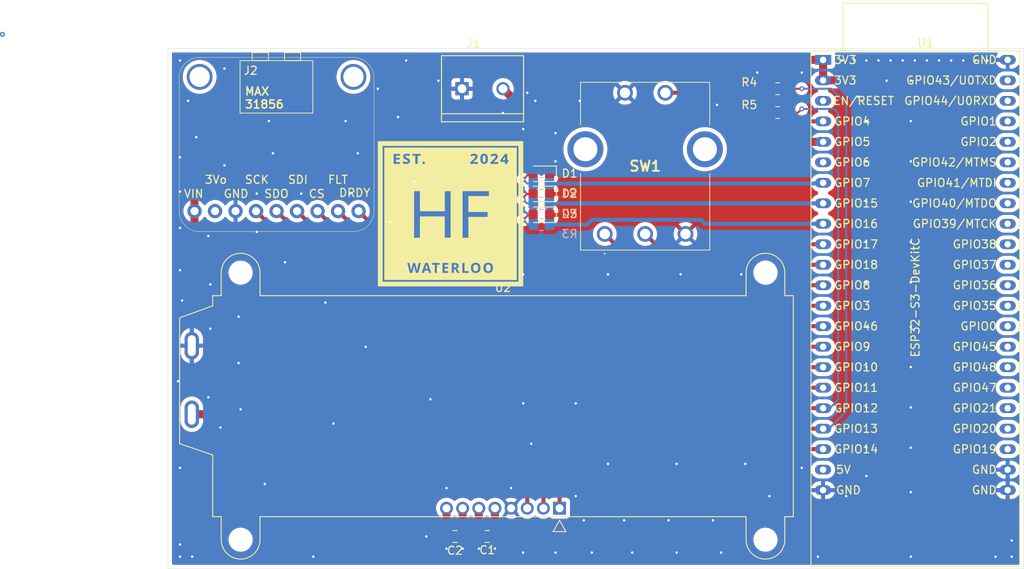
<source format=kicad_pcb>
(kicad_pcb (version 20241229) (generator "pcbnew") (generator_version "9.0")
  (title_block (title "Tube Furnace PCB") (date "2025-03-26") (rev "v2") (company "Waterloo Hacker Fab"))
  (layers (0 "F.Cu" signal) (2 "B.Cu" signal) (13 "F.Paste" user) (15 "B.Paste" user) (5 "F.SilkS" user "F.Silkscreen") (7 "B.SilkS" user "B.Silkscreen") (1 "F.Mask" user) (3 "B.Mask" user) (25 "Edge.Cuts" user))
  (net 0 "")
  (net 1 "GND")
  (net 2 "+3.3V")
  (net 3 "+5V")
  (net 4 "/SSR_PWM")
  (net 5 "Net-(D3-A)")
  (net 6 "Net-(D2-A)")
  (net 7 "Net-(D1-A)")
  (net 8 "Net-(U2-VOUT)")
  (net 9 "Net-(U2-C1+)")
  (net 10 "Net-(U2-C1-)")
  (net 11 "/SCL")
  (net 12 "/SDA")
  (net 13 "/ENC_B")
  (net 14 "/ENC_A")
  (net 15 "/ENC_SW")
  (net 16 "/MAX_SDO")
  (net 17 "/MAX_SCK")
  (net 18 "/MAX_DRDY")
  (net 19 "/MAX_3.3VOUT")
  (net 20 "/MAX_SDI")
  (net 21 "/MAX_CS")
  (net 22 "/MAX_FAULT")
  (net 23 "/DISPLAY_RST")
  (net 24 "/LED_1")
  (net 25 "/LED_2")
  (net 26 "/LED_3")
  (footprint "Diode_SMD:D_0805_2012Metric_Pad1.15x1.40mm_HandSolder" (layer "F.Cu") (at 130.25 76.54 180)
    (property "Reference" "D2" (hide yes))
    (property "Value" "LED" (hide yes))
    (pad "1" smd roundrect (at -1.025 0 180) (size 1.15 1.4) (layers "F.Cu" "F.Mask" "F.Paste") (roundrect_rratio 0.217391) (net 1 "GND"))
    (pad "2" smd roundrect (at 1.025 0 180) (size 1.15 1.4) (layers "F.Cu" "F.Mask" "F.Paste") (roundrect_rratio 0.217391) (net 6 "Net-(D2-A)"))
  )
  (footprint "!footprints:HF_logo" (layer "F.Cu") (at 119 79)
    (property "Reference" "G***" (hide yes))
    (property "Value" "LOGO" (hide yes))
  )
  (footprint "phoenix_footprints:TE_282837-2" (layer "F.Cu") (at 122.96 63.5)
    (property "Reference" "J1" (at -1.127255 -5.614945 0) (layer "F.SilkS") (effects (font (size 1.002039 1.002039))))
    (property "Value" "Screw_Terminal_01x02")
    (pad "1" thru_hole rect (at -2.54 0) (size 1.65 1.65) (drill 1.1) (layers "*.Cu" "*.Mask") (net 1 "GND"))
    (pad "2" thru_hole circle (at 2.54 0) (size 1.65 1.65) (drill 1.1) (layers "*.Cu" "*.Mask") (net 4 "/SSR_PWM"))
  )
  (footprint "Capacitor_SMD:C_0805_2012Metric" (layer "F.Cu") (at 123.55 119 180)
    (property "Reference" "C1" (at 0 -1.68 0) (layer "F.SilkS"))
    (property "Value" "1uF")
    (pad "1" smd roundrect (at -0.95 0 180) (size 1 1.45) (layers "F.Cu" "F.Mask" "F.Paste") (net 2 "+3.3V"))
    (pad "2" smd roundrect (at 0.95 0 180) (size 1 1.45) (layers "F.Cu" "F.Mask" "F.Paste") (net 8 "Net-(U2-VOUT)"))
  )
  (footprint "Capacitor_SMD:C_0805_2012Metric" (layer "F.Cu") (at 119.55 119 180)
    (property "Reference" "C2" (at 0.008519 -1.745267 0) (layer "F.SilkS"))
    (property "Value" "1uF")
    (pad "1" smd roundrect (at -0.95 0 180) (size 1 1.45) (layers "F.Cu" "F.Mask" "F.Paste") (net 9 "Net-(U2-C1+)"))
    (pad "2" smd roundrect (at 0.95 0 180) (size 1 1.45) (layers "F.Cu" "F.Mask" "F.Paste") (net 10 "Net-(U2-C1-)"))
  )
  (footprint "!footprints:PEC164120FS0012" (layer "F.Cu") (at 138.1 81.5)
    (property "Reference" "SW1" (at 5 -8.4 0) (layer "F.SilkS") (effects (font (size 1.27 1.27) (thickness 0.254))))
    (property "Value" "RotaryEncoder_Switch" (hide yes))
    (pad "A" thru_hole circle (at 0 0) (size 1.95 1.95) (drill 1.3) (layers "*.Cu" "*.Mask") (net 14 "/ENC_A"))
    (pad "B" thru_hole circle (at 5 0) (size 1.95 1.95) (drill 1.3) (layers "*.Cu" "*.Mask") (net 13 "/ENC_B"))
    (pad "C" thru_hole circle (at 10 0) (size 1.95 1.95) (drill 1.3) (layers "*.Cu" "*.Mask") (net 1 "GND"))
    (pad "MH1" thru_hole circle (at -2.4 -10.5) (size 4.46 4.46) (drill 2.9732) (layers "*.Cu" "*.Mask"))
    (pad "MH2" thru_hole circle (at 12.4 -10.5) (size 4.46 4.46) (drill 2.9732) (layers "*.Cu" "*.Mask"))
    (pad "S1" thru_hole circle (at 2.5 -17.5) (size 1.95 1.95) (drill 1.3) (layers "*.Cu" "*.Mask") (net 1 "GND"))
    (pad "S2" thru_hole circle (at 7.5 -17.5) (size 1.95 1.95) (drill 1.3) (layers "*.Cu" "*.Mask") (net 15 "/ENC_SW"))
  )
  (footprint "Diode_SMD:D_0805_2012Metric_Pad1.15x1.40mm_HandSolder" (layer "F.Cu") (at 130.25 79.12 180)
    (property "Reference" "D3" (hide yes))
    (property "Value" "LED")
    (pad "1" smd roundrect (at -1.025 0 180) (size 1.15 1.4) (layers "F.Cu" "F.Mask" "F.Paste") (roundrect_rratio 0.217391) (net 1 "GND"))
    (pad "2" smd roundrect (at 1.025 0 180) (size 1.15 1.4) (layers "F.Cu" "F.Mask" "F.Paste") (roundrect_rratio 0.217391) (net 5 "Net-(D3-A)"))
  )
  (footprint "Resistor_SMD:R_0805_2012Metric_Pad1.20x1.40mm_HandSolder" (layer "F.Cu") (at 159.5 66.45)
    (property "Reference" "R5" (at -3.5 -0.95 0) (layer "F.SilkS"))
    (property "Value" "4.7k")
    (pad "1" smd roundrect (at -1 0) (size 1.2 1.4) (layers "F.Cu" "F.Mask" "F.Paste") (roundrect_rratio 0.208333) (net 2 "+3.3V"))
    (pad "2" smd roundrect (at 1 0) (size 1.2 1.4) (layers "F.Cu" "F.Mask" "F.Paste") (roundrect_rratio 0.208333) (net 12 "/SDA"))
  )
  (footprint "Resistor_SMD:R_0805_2012Metric_Pad1.20x1.40mm_HandSolder" (layer "F.Cu") (at 159.5 63.5)
    (property "Reference" "R4" (at -3.5 -0.8 0) (layer "F.SilkS"))
    (property "Value" "4.7k")
    (pad "1" smd roundrect (at -1 0) (size 1.2 1.4) (layers "F.Cu" "F.Mask" "F.Paste") (roundrect_rratio 0.208333) (net 2 "+3.3V"))
    (pad "2" smd roundrect (at 1 0) (size 1.2 1.4) (layers "F.Cu" "F.Mask" "F.Paste") (roundrect_rratio 0.208333) (net 11 "/SCL"))
  )
  (footprint "Diode_SMD:D_0805_2012Metric_Pad1.15x1.40mm_HandSolder" (layer "F.Cu") (at 130.25 74.04 180)
    (property "Reference" "D1" (hide yes))
    (property "Value" "LED" (hide yes))
    (pad "1" smd roundrect (at -1.025 0 180) (size 1.15 1.4) (layers "F.Cu" "F.Mask" "F.Paste") (roundrect_rratio 0.217391) (net 1 "GND"))
    (pad "2" smd roundrect (at 1.025 0 180) (size 1.15 1.4) (layers "F.Cu" "F.Mask" "F.Paste") (roundrect_rratio 0.217391) (net 7 "Net-(D1-A)"))
  )
  (footprint "Display:NHD-C0220BiZ" (layer "F.Cu") (at 125.5 99.6)
    (property "Reference" "U2" (at 0 -11.43 0) (layer "F.SilkS"))
    (property "Value" "NHD-C0220BIZ")
    (pad "" np_thru_hole circle (at -32.5 -13.3) (size 2.5 2.5) (drill 2.5) (layers "*.Cu" "*.Mask"))
    (pad "" np_thru_hole circle (at -32.5 19.8) (size 2.5 2.5) (drill 2.5) (layers "*.Cu" "*.Mask"))
    (pad "" np_thru_hole circle (at 32.5 -13.3) (size 2.5 2.5) (drill 2.5) (layers "*.Cu" "*.Mask"))
    (pad "" np_thru_hole circle (at 32.5 19.8) (size 2.5 2.5) (drill 2.5) (layers "*.Cu" "*.Mask"))
    (pad "1" thru_hole rect (at 7 15.9) (size 1.6 1.6) (drill 1) (layers "*.Cu" "*.Mask") (net 23 "/DISPLAY_RST"))
    (pad "2" thru_hole circle (at 5 15.9) (size 1.6 1.6) (drill 1) (layers "*.Cu" "*.Mask") (net 11 "/SCL"))
    (pad "3" thru_hole circle (at 3 15.9) (size 1.6 1.6) (drill 1) (layers "*.Cu" "*.Mask") (net 12 "/SDA"))
    (pad "4" thru_hole circle (at 1 15.9) (size 1.6 1.6) (drill 1) (layers "*.Cu" "*.Mask") (net 1 "GND"))
    (pad "5" thru_hole circle (at -1 15.9) (size 1.6 1.6) (drill 1) (layers "*.Cu" "*.Mask") (net 2 "+3.3V"))
    (pad "6" thru_hole circle (at -3 15.9) (size 1.6 1.6) (drill 1) (layers "*.Cu" "*.Mask") (net 8 "Net-(U2-VOUT)"))
    (pad "7" thru_hole circle (at -5 15.9) (size 1.6 1.6) (drill 1) (layers "*.Cu" "*.Mask") (net 9 "Net-(U2-C1+)"))
    (pad "8" thru_hole circle (at -7 15.9) (size 1.6 1.6) (drill 1) (layers "*.Cu" "*.Mask") (net 10 "Net-(U2-C1-)"))
    (pad "9" thru_hole oval (at -38.55 4.25) (size 1.8 3.4) (drill oval 1 2.6) (layers "*.Cu" "*.Mask") (net 2 "+3.3V"))
    (pad "10" thru_hole oval (at -38.55 -4.25) (size 1.8 3.4) (drill oval 1 2.6) (layers "*.Cu" "*.Mask") (net 1 "GND"))
  )
  (footprint "PCM_Espressif:ESP32-S3-DevKitC" (layer "F.Cu") (at 165.14 59.92)
    (property "Reference" "U1" (at 12.7 -2.1 0) (layer "F.SilkS"))
    (property "Value" "ESP32-S3-DevKitC" (at 11.42632 29.46128 90) (layer "F.SilkS"))
    (fp_text user "GPIO47" (at 21.59 40.64 0) (layer "F.SilkS") (effects (justify right)))
    (fp_text user "3V3" (at 1.27 0 0) (layer "F.SilkS") (effects (justify left)))
    (fp_text user "GPIO18" (at 1.27 25.4 0) (layer "F.SilkS") (effects (justify left)))
    (fp_text user "GND" (at 1.52032 53.33728 0) (layer "F.SilkS") (effects (justify left)))
    (fp_text user "GPIO12" (at 1.27 43.18 0) (layer "F.SilkS") (effects (justify left)))
    (fp_text user "GPIO11" (at 1.27 40.64 0) (layer "F.SilkS") (effects (justify left)))
    (fp_text user "GPIO48" (at 21.59 38.1 0) (layer "F.SilkS") (effects (justify right)))
    (fp_text user "GPIO2" (at 21.59 10.16 0) (layer "F.SilkS") (effects (justify right)))
    (fp_text user "GPIO36" (at 21.59 27.94 0) (layer "F.SilkS") (effects (justify right)))
    (fp_text user "3V3" (at 1.27 2.54 0) (layer "F.SilkS") (effects (justify left)))
    (fp_text user "GPIO40/MTDO" (at 21.59 17.78 0) (layer "F.SilkS") (effects (justify right)))
    (fp_text user "GPIO9" (at 1.27 35.56 0) (layer "F.SilkS") (effects (justify left)))
    (fp_text user "GND" (at 21.59 50.8 0) (layer "F.SilkS") (effects (justify right)))
    (fp_text user "GPIO17" (at 1.27 22.86 0) (layer "F.SilkS") (effects (justify left)))
    (fp_text user "GPIO21" (at 21.59 43.18 0) (layer "F.SilkS") (effects (justify right)))
    (fp_text user "GPIO6" (at 1.27 12.7 0) (layer "F.SilkS") (effects (justify left)))
    (fp_text user "GPIO5" (at 1.27 10.16 0) (layer "F.SilkS") (effects (justify left)))
    (fp_text user "GPIO19" (at 21.59 48.26 0) (layer "F.SilkS") (effects (justify right)))
    (fp_text user "GPIO37" (at 21.59 25.4 0) (layer "F.SilkS") (effects (justify right)))
    (fp_text user "GPIO20" (at 21.59 45.72 0) (layer "F.SilkS") (effects (justify right)))
    (fp_text user "GPIO38" (at 21.59 22.86 0) (layer "F.SilkS") (effects (justify right)))
    (fp_text user "GPIO7" (at 1.27 15.24 0) (layer "F.SilkS") (effects (justify left)))
    (fp_text user "GPIO39/MTCK" (at 21.59 20.32 0) (layer "F.SilkS") (effects (justify right)))
    (fp_text user "5V" (at 1.52032 50.79728 0) (layer "F.SilkS") (effects (justify left)))
    (fp_text user "GPIO44/U0RXD" (at 21.59 5.08 0) (layer "F.SilkS") (effects (justify right)))
    (fp_text user "GPIO0" (at 21.59 33.02 0) (layer "F.SilkS") (effects (justify right)))
    (fp_text user "GND" (at 21.59 0 0) (layer "F.SilkS") (effects (justify right)))
    (fp_text user "GPIO42/MTMS" (at 21.59 12.7 0) (layer "F.SilkS") (effects (justify right)))
    (fp_text user "GPIO4" (at 1.27 7.62 0) (layer "F.SilkS") (effects (justify left)))
    (fp_text user "GPIO10" (at 1.27 38.1 0) (layer "F.SilkS") (effects (justify left)))
    (fp_text user "GPIO13" (at 1.27 45.72 0) (layer "F.SilkS") (effects (justify left)))
    (fp_text user "GPIO46" (at 1.27 33.02 0) (layer "F.SilkS") (effects (justify left)))
    (fp_text user "GPIO8" (at 1.27 27.94 0) (layer "F.SilkS") (effects (justify left)))
    (fp_text user "GPIO41/MTDI" (at 21.59 15.24 0) (layer "F.SilkS") (effects (justify right)))
    (fp_text user "GPIO15" (at 1.27 17.78 0) (layer "F.SilkS") (effects (justify left)))
    (fp_text user "GPIO35" (at 21.59 30.48 0) (layer "F.SilkS") (effects (justify right)))
    (fp_text user "GND" (at 21.59 53.34 0) (layer "F.SilkS") (effects (justify right)))
    (fp_text user "GPIO14" (at 1.27 48.26 0) (layer "F.SilkS") (effects (justify left)))
    (fp_text user "GPIO1" (at 21.59 7.62 0) (layer "F.SilkS") (effects (justify right)))
    (fp_text user "GPIO43/U0TXD" (at 21.59 2.54 0) (layer "F.SilkS") (effects (justify right)))
    (fp_text user "GPIO45" (at 21.59 35.56 0) (layer "F.SilkS") (effects (justify right)))
    (fp_text user "GPIO16" (at 1.27 20.32 0) (layer "F.SilkS") (effects (justify left)))
    (fp_text user "GPIO3" (at 1.27 30.48 0) (layer "F.SilkS") (effects (justify left)))
    (fp_text user "EN/RESET" (at 8.88632 5.07728 0) (layer "F.SilkS") (effects (justify right)))
    (pad "1" thru_hole rect (at 0 0 270) (size 1.2 2) (drill 0.8) (layers "*.Cu" "*.Mask") (net 2 "+3.3V"))
    (pad "2" thru_hole oval (at 0 2.54 270) (size 1.2 2) (drill 0.8) (layers "*.Cu" "*.Mask") (net 2 "+3.3V"))
    (pad "3" thru_hole oval (at 0 5.08 270) (size 1.2 2) (drill 0.8) (layers "*.Cu" "*.Mask"))
    (pad "4" thru_hole oval (at 0 7.62 270) (size 1.2 2) (drill 0.8) (layers "*.Cu" "*.Mask") (net 15 "/ENC_SW"))
    (pad "5" thru_hole oval (at 0 10.16 270) (size 1.2 2) (drill 0.8) (layers "*.Cu" "*.Mask") (net 4 "/SSR_PWM"))
    (pad "6" thru_hole oval (at 0 12.7 270) (size 1.2 2) (drill 0.8) (layers "*.Cu" "*.Mask"))
    (pad "7" thru_hole oval (at 0 15.24 270) (size 1.2 2) (drill 0.8) (layers "*.Cu" "*.Mask") (net 24 "/LED_1"))
    (pad "8" thru_hole oval (at 0 17.78 270) (size 1.2 2) (drill 0.8) (layers "*.Cu" "*.Mask") (net 25 "/LED_2"))
    (pad "9" thru_hole oval (at 0 20.32 270) (size 1.2 2) (drill 0.8) (layers "*.Cu" "*.Mask") (net 26 "/LED_3"))
    (pad "10" thru_hole oval (at 0 22.86 270) (size 1.2 2) (drill 0.8) (layers "*.Cu" "*.Mask") (net 13 "/ENC_B"))
    (pad "11" thru_hole oval (at 0 25.4 270) (size 1.2 2) (drill 0.8) (layers "*.Cu" "*.Mask") (net 14 "/ENC_A"))
    (pad "12" thru_hole oval (at 0 27.94 270) (size 1.2 2) (drill 0.8) (layers "*.Cu" "*.Mask") (net 18 "/MAX_DRDY"))
    (pad "13" thru_hole oval (at 0 30.48 270) (size 1.2 2) (drill 0.8) (layers "*.Cu" "*.Mask") (net 22 "/MAX_FAULT"))
    (pad "14" thru_hole oval (at 0 33.02 270) (size 1.2 2) (drill 0.8) (layers "*.Cu" "*.Mask") (net 21 "/MAX_CS"))
    (pad "15" thru_hole oval (at 0 35.56 270) (size 1.2 2) (drill 0.8) (layers "*.Cu" "*.Mask") (net 20 "/MAX_SDI"))
    (pad "16" thru_hole oval (at 0 38.1 270) (size 1.2 2) (drill 0.8) (layers "*.Cu" "*.Mask") (net 16 "/MAX_SDO"))
    (pad "17" thru_hole oval (at 0 40.64 270) (size 1.2 2) (drill 0.8) (layers "*.Cu" "*.Mask") (net 17 "/MAX_SCK"))
    (pad "18" thru_hole oval (at 0 43.18 270) (size 1.2 2) (drill 0.8) (layers "*.Cu" "*.Mask") (net 12 "/SDA"))
    (pad "19" thru_hole oval (at 0 45.72 270) (size 1.2 2) (drill 0.8) (layers "*.Cu" "*.Mask") (net 11 "/SCL"))
    (pad "20" thru_hole oval (at -0.00368 48.25728 270) (size 1.2 2) (drill 0.8) (layers "*.Cu" "*.Mask") (net 23 "/DISPLAY_RST"))
    (pad "21" thru_hole oval (at -0.00368 50.79728 270) (size 1.2 2) (drill 0.8) (layers "*.Cu" "*.Mask") (net 3 "+5V"))
    (pad "22" thru_hole oval (at -0.00368 53.33728 270) (size 1.2 2) (drill 0.8) (layers "*.Cu" "*.Mask") (net 1 "GND"))
    (pad "23" thru_hole oval (at 22.86 53.34 270) (size 1.2 2) (drill 0.8) (layers "*.Cu" "*.Mask") (net 1 "GND"))
    (pad "24" thru_hole oval (at 22.86 50.8 270) (size 1.2 2) (drill 0.8) (layers "*.Cu" "*.Mask") (net 1 "GND"))
    (pad "25" thru_hole oval (at 22.86 48.26 270) (size 1.2 2) (drill 0.8) (layers "*.Cu" "*.Mask"))
    (pad "26" thru_hole oval (at 22.86 45.72 270) (size 1.2 2) (drill 0.8) (layers "*.Cu" "*.Mask"))
    (pad "27" thru_hole oval (at 22.86 43.18 270) (size 1.2 2) (drill 0.8) (layers "*.Cu" "*.Mask"))
    (pad "28" thru_hole oval (at 22.86 40.64 270) (size 1.2 2) (drill 0.8) (layers "*.Cu" "*.Mask"))
    (pad "29" thru_hole oval (at 22.86 38.1 270) (size 1.2 2) (drill 0.8) (layers "*.Cu" "*.Mask"))
    (pad "30" thru_hole oval (at 22.86 35.56 270) (size 1.2 2) (drill 0.8) (layers "*.Cu" "*.Mask"))
    (pad "31" thru_hole oval (at 22.86 33.02 270) (size 1.2 2) (drill 0.8) (layers "*.Cu" "*.Mask"))
    (pad "32" thru_hole oval (at 22.86 30.48 270) (size 1.2 2) (drill 0.8) (layers "*.Cu" "*.Mask"))
    (pad "33" thru_hole oval (at 22.86 27.94 270) (size 1.2 2) (drill 0.8) (layers "*.Cu" "*.Mask"))
    (pad "34" thru_hole oval (at 22.86 25.4 270) (size 1.2 2) (drill 0.8) (layers "*.Cu" "*.Mask"))
    (pad "35" thru_hole oval (at 22.86 22.86 270) (size 1.2 2) (drill 0.8) (layers "*.Cu" "*.Mask"))
    (pad "36" thru_hole oval (at 22.86 20.32 270) (size 1.2 2) (drill 0.8) (layers "*.Cu" "*.Mask"))
    (pad "37" thru_hole oval (at 22.86 17.78 270) (size 1.2 2) (drill 0.8) (layers "*.Cu" "*.Mask"))
    (pad "38" thru_hole oval (at 22.86 15.24 270) (size 1.2 2) (drill 0.8) (layers "*.Cu" "*.Mask"))
    (pad "39" thru_hole oval (at 22.86 12.7 270) (size 1.2 2) (drill 0.8) (layers "*.Cu" "*.Mask"))
    (pad "40" thru_hole oval (at 22.86 10.16 270) (size 1.2 2) (drill 0.8) (layers "*.Cu" "*.Mask"))
    (pad "41" thru_hole oval (at 22.86 7.62 270) (size 1.2 2) (drill 0.8) (layers "*.Cu" "*.Mask"))
    (pad "42" thru_hole oval (at 22.86 5.08 270) (size 1.2 2) (drill 0.8) (layers "*.Cu" "*.Mask"))
    (pad "43" thru_hole oval (at 22.86 2.54 270) (size 1.2 2) (drill 0.8) (layers "*.Cu" "*.Mask"))
    (pad "44" thru_hole oval (at 22.86 0 270) (size 1.2 2) (drill 0.8) (layers "*.Cu" "*.Mask") (net 1 "GND"))
  )
  (footprint "!footprints:MAX31856_HEADER" (layer "F.Cu") (at 87.936314 62.019686)
    (property "Reference" "J2" (at 6.313686 -0.769686 0) (layer "F.SilkS"))
    (property "Value" "Conn_01x09_Socket")
    (fp_text user "SCK" (at 7.08 12.75 0) (layer "F.SilkS") (effects (font (thickness 0.1524))))
    (fp_text user "SDI" (at 12.16 12.75 0) (layer "F.SilkS") (effects (font (thickness 0.1524))))
    (fp_text user "GND" (at 4.5 14.5 0) (layer "F.SilkS") (effects (font (thickness 0.1524))))
    (fp_text user "FLT" (at 17.113 12.75 0) (layer "F.SilkS") (effects (font (thickness 0.1524))))
    (fp_text user "3Vo" (at 2 12.75 0) (layer "F.SilkS") (effects (font (thickness 0.1524))))
    (fp_text user "CS" (at 14.5 14.5 0) (layer "F.SilkS") (effects (font (thickness 0.1524))))
    (fp_text user "SDO" (at 9.5 14.5 0) (layer "F.SilkS") (effects (font (thickness 0.1524))))
    (fp_text user "DRDY" (at 19.193 14.375686 0) (layer "F.SilkS") (effects (font (thickness 0.1524))))
    (fp_text user "VIN" (at -0.75 14.5 0) (layer "F.SilkS") (effects (font (thickness 0.1524))))
    (fp_text user "MAX\n31856" (at 5.5 4 0) (layer "F.SilkS") (effects (font (thickness 0.1905)) (justify left bottom)))
    (pad "1" thru_hole circle (at 19.673686 16.648314 270) (size 1.778 1.778) (drill 1) (layers "*.Cu" "*.Mask") (net 18 "/MAX_DRDY"))
    (pad "2" thru_hole circle (at 17.133686 16.648314 270) (size 1.778 1.778) (drill 1) (layers "*.Cu" "*.Mask") (net 22 "/MAX_FAULT"))
    (pad "3" thru_hole circle (at 14.593686 16.648314 270) (size 1.778 1.778) (drill 1) (layers "*.Cu" "*.Mask") (net 21 "/MAX_CS"))
    (pad "4" thru_hole circle (at 12.053686 16.648314 270) (size 1.778 1.778) (drill 1) (layers "*.Cu" "*.Mask") (net 20 "/MAX_SDI"))
    (pad "5" thru_hole circle (at 9.513686 16.648314 270) (size 1.778 1.778) (drill 1) (layers "*.Cu" "*.Mask") (net 16 "/MAX_SDO"))
    (pad "6" thru_hole circle (at 6.973686 16.648314 270) (size 1.778 1.778) (drill 1) (layers "*.Cu" "*.Mask") (net 17 "/MAX_SCK"))
    (pad "7" thru_hole circle (at 4.433686 16.648314 270) (size 1.778 1.778) (drill 1) (layers "*.Cu" "*.Mask") (net 1 "GND"))
    (pad "8" thru_hole circle (at 1.893686 16.648314 270) (size 1.778 1.778) (drill 1) (layers "*.Cu" "*.Mask") (net 19 "/MAX_3.3VOUT"))
    (pad "9" thru_hole circle (at -0.646314 16.648314 270) (size 1.778 1.778) (drill 1) (layers "*.Cu" "*.Mask") (net 2 "+3.3V"))
    (pad "P$1" thru_hole circle (at -0.011314 0.011314) (size 3.2 3.2) (drill 2.5) (layers "*.Cu" "*.Mask"))
    (pad "P$1" thru_hole circle (at 19.038686 0.011314) (size 3.2 3.2) (drill 2.5) (layers "*.Cu" "*.Mask"))
    (zone (net 0) (net_name "") (layer "F.Cu") (connect_pads (clearance 0)) (min_thickness 0.25)
      (keepout (tracks not_allowed) (vias not_allowed) (pads not_allowed) (copperpour not_allowed) (footprints allowed))
      (fill (thermal_gap 0.5) (thermal_bridge_width 0.5))
      (polygon (pts (xy 89.941 62.031) (xy 89.92138 61.750427) (xy 89.862904 61.475315) (xy 89.766708 61.211019) (xy 89.660954 61.012126) (xy 89.530197 60.766208) (xy 89.273967 60.53282) (xy 89.052333 60.35966) (xy 88.808756 60.219031) (xy 88.547978 60.11367) (xy 88.275075 60.045628) (xy 87.995357 60.016228) (xy 87.714271 60.026044) (xy 87.437285 60.074884) (xy 87.169793 60.161797) (xy 86.917 60.285093) (xy 86.683826 60.44237) (xy 86.474811 60.630569) (xy 86.294022 60.846025) (xy 86.144978 61.084545) (xy 86.03058 61.341487) (xy 85.953054 61.61185) (xy 85.913911 61.890371) (xy 85.913911 62.171629) (xy 85.953054 62.45015) (xy 86.03058 62.720513) (xy 86.144978 62.977455) (xy 86.294022 63.215975) (xy 86.474811 63.431431) (xy 86.683826 63.61963) (xy 86.917 63.776907) (xy 87.169793 63.900203) (xy 87.437285 63.987116) (xy 87.714271 64.035956) (xy 87.995357 64.045772) (xy 88.275075 64.016372) (xy 88.547978 63.94833) (xy 88.808756 63.842969) (xy 89.052333 63.70234) (xy 89.273967 63.52918) (xy 89.469346 63.32686) (xy 89.634665 63.099317) (xy 89.766708 62.850981) (xy 89.862904 62.586685) (xy 89.92138 62.311573)))
      (polygon (pts (xy 87.909 62.031) (xy 87.913686 62.042314) (xy 87.925 62.047) (xy 87.936314 62.042314) (xy 87.941 62.031) (xy 87.936314 62.019686) (xy 87.925 62.015) (xy 87.913686 62.019686)))
    )
    (zone (net 0) (net_name "") (layer "F.Cu") (connect_pads (clearance 0)) (min_thickness 0.25)
      (keepout (tracks not_allowed) (vias not_allowed) (pads not_allowed) (copperpour not_allowed) (footprints allowed))
      (fill (thermal_gap 0.5) (thermal_bridge_width 0.5))
      (polygon (pts (xy 108.991 62.031) (xy 108.97138 61.750427) (xy 108.912904 61.475315) (xy 108.816708 61.211019) (xy 108.684665 60.962683) (xy 108.519346 60.73514) (xy 108.323967 60.53282) (xy 108.102333 60.35966) (xy 107.858756 60.219031) (xy 107.597978 60.11367) (xy 107.325075 60.045628) (xy 107.045357 60.016228) (xy 106.764271 60.026044) (xy 106.487285 60.074884) (xy 106.219793 60.161797) (xy 105.967 60.285093) (xy 105.733826 60.44237) (xy 105.524811 60.630569) (xy 105.344022 60.846025) (xy 105.194978 61.084545) (xy 105.08058 61.341487) (xy 105.003054 61.61185) (xy 104.963911 61.890371) (xy 104.963911 62.171629) (xy 105.003054 62.45015) (xy 105.08058 62.720513) (xy 105.194978 62.977455) (xy 105.344022 63.215975) (xy 105.524811 63.431431) (xy 105.733826 63.61963) (xy 105.967 63.776907) (xy 106.219793 63.900203) (xy 106.487285 63.987116) (xy 106.764271 64.035956) (xy 107.045357 64.045772) (xy 107.325075 64.016372) (xy 107.597978 63.94833) (xy 107.858756 63.842969) (xy 108.102333 63.70234) (xy 108.323967 63.52918) (xy 108.519346 63.32686) (xy 108.684665 63.099317) (xy 108.816708 62.850981) (xy 108.912904 62.586685) (xy 108.97138 62.311573)))
      (polygon (pts (xy 106.959 62.031) (xy 106.963686 62.042314) (xy 106.975 62.047) (xy 106.986314 62.042314) (xy 106.991 62.031) (xy 106.986314 62.019686) (xy 106.975 62.015) (xy 106.963686 62.019686)))
    )
    (zone (net 0) (net_name "") (layer "B.Cu") (connect_pads (clearance 0)) (min_thickness 0.25)
      (keepout (tracks not_allowed) (vias not_allowed) (pads not_allowed) (copperpour not_allowed) (footprints allowed))
      (fill (thermal_gap 0.5) (thermal_bridge_width 0.5))
      (polygon (pts (xy 89.941 62.031) (xy 89.92138 61.750427) (xy 89.862904 61.475315) (xy 89.766708 61.211019) (xy 89.634665 60.962683) (xy 89.469346 60.73514) (xy 89.273967 60.53282) (xy 89.052333 60.35966) (xy 88.808756 60.219031) (xy 88.547978 60.11367) (xy 88.275075 60.045628) (xy 87.995357 60.016228) (xy 87.714271 60.026044) (xy 87.437285 60.074884) (xy 87.169793 60.161797) (xy 86.917 60.285093) (xy 86.683826 60.44237) (xy 86.474811 60.630569) (xy 86.294022 60.846025) (xy 86.144978 61.084545) (xy 86.03058 61.341487) (xy 85.953054 61.61185) (xy 85.913911 61.890371) (xy 85.913911 62.171629) (xy 85.953054 62.45015) (xy 86.03058 62.720513) (xy 86.144978 62.977455) (xy 86.294022 63.215975) (xy 86.474811 63.431431) (xy 86.683826 63.61963) (xy 86.917 63.776907) (xy 87.169793 63.900203) (xy 87.437285 63.987116) (xy 87.714271 64.035956) (xy 87.995357 64.045772) (xy 88.275075 64.016372) (xy 88.547978 63.94833) (xy 88.808756 63.842969) (xy 89.052333 63.70234) (xy 89.273967 63.52918) (xy 89.469346 63.32686) (xy 89.634665 63.099317) (xy 89.766708 62.850981) (xy 89.862904 62.586685) (xy 89.92138 62.311573)))
      (polygon (pts (xy 87.909 62.031) (xy 87.913686 62.042314) (xy 87.925 62.047) (xy 87.936314 62.042314) (xy 87.941 62.031) (xy 87.936314 62.019686) (xy 87.925 62.015) (xy 87.913686 62.019686)))
    )
    (zone (net 0) (net_name "") (layer "B.Cu") (connect_pads (clearance 0)) (min_thickness 0.25)
      (keepout (tracks not_allowed) (vias not_allowed) (pads not_allowed) (copperpour not_allowed) (footprints allowed))
      (fill (thermal_gap 0.5) (thermal_bridge_width 0.5))
      (polygon (pts (xy 108.991 62.031) (xy 108.97138 61.750427) (xy 108.912904 61.475315) (xy 108.816708 61.211019) (xy 108.684665 60.962683) (xy 108.519346 60.73514) (xy 108.323967 60.53282) (xy 108.102333 60.35966) (xy 107.858756 60.219031) (xy 107.597978 60.11367) (xy 107.325075 60.045628) (xy 107.045357 60.016228) (xy 106.764271 60.026044) (xy 106.487285 60.074884) (xy 106.219793 60.161797) (xy 105.967 60.285093) (xy 105.733826 60.44237) (xy 105.524811 60.630569) (xy 105.344022 60.846025) (xy 105.194978 61.084545) (xy 105.08058 61.341487) (xy 105.003054 61.61185) (xy 104.963911 61.890371) (xy 104.963911 62.171629) (xy 105.003054 62.45015) (xy 105.08058 62.720513) (xy 105.194978 62.977455) (xy 105.344022 63.215975) (xy 105.524811 63.431431) (xy 105.733826 63.61963) (xy 105.967 63.776907) (xy 106.219793 63.900203) (xy 106.487285 63.987116) (xy 106.764271 64.035956) (xy 107.045357 64.045772) (xy 107.325075 64.016372) (xy 107.597978 63.94833) (xy 107.858756 63.842969) (xy 108.102333 63.70234) (xy 108.323967 63.52918) (xy 108.519346 63.32686) (xy 108.684665 63.099317) (xy 108.816708 62.850981) (xy 108.912904 62.586685) (xy 108.97138 62.311573)))
      (polygon (pts (xy 106.959 62.031) (xy 106.963686 62.042314) (xy 106.975 62.047) (xy 106.986314 62.042314) (xy 106.991 62.031) (xy 106.986314 62.019686) (xy 106.975 62.015) (xy 106.963686 62.019686)))
    )
  )
  (footprint "Resistor_SMD:R_0805_2012Metric_Pad1.20x1.40mm_HandSolder" (layer "B.Cu") (at 130.246885 77.714021 180)
    (property "Reference" "R2" (at -3.503115 -1.285979 0) (layer "B.SilkS") (effects (justify mirror)))
    (property "Value" "220" (hide yes))
    (pad "1" smd roundrect (at -1 0 180) (size 1.2 1.4) (layers "B.Cu" "B.Mask" "B.Paste") (roundrect_rratio 0.208333) (net 25 "/LED_2"))
    (pad "2" smd roundrect (at 1 0 180) (size 1.2 1.4) (layers "B.Cu" "B.Mask" "B.Paste") (roundrect_rratio 0.208333) (net 6 "Net-(D2-A)"))
  )
  (footprint "Resistor_SMD:R_0805_2012Metric_Pad1.20x1.40mm_HandSolder" (layer "B.Cu") (at 130.262578 80.331471 180)
    (property "Reference" "R3" (at -3.487422 -1.168529 0) (layer "B.SilkS") (effects (justify mirror)))
    (property "Value" "220" (hide yes))
    (pad "1" smd roundrect (at -1 0 180) (size 1.2 1.4) (layers "B.Cu" "B.Mask" "B.Paste") (roundrect_rratio 0.208333) (net 26 "/LED_3"))
    (pad "2" smd roundrect (at 1 0 180) (size 1.2 1.4) (layers "B.Cu" "B.Mask" "B.Paste") (roundrect_rratio 0.208333) (net 5 "Net-(D3-A)"))
  )
  (footprint "Resistor_SMD:R_0805_2012Metric_Pad1.20x1.40mm_HandSolder" (layer "B.Cu") (at 130.25 75.25 180)
    (property "Reference" "R1" (hide yes))
    (property "Value" "220" (hide yes))
    (pad "1" smd roundrect (at -1 0 180) (size 1.2 1.4) (layers "B.Cu" "B.Mask" "B.Paste") (roundrect_rratio 0.208333) (net 24 "/LED_1"))
    (pad "2" smd roundrect (at 1 0 180) (size 1.2 1.4) (layers "B.Cu" "B.Mask" "B.Paste") (roundrect_rratio 0.208333) (net 7 "Net-(D1-A)"))
  )
  (gr_rect (start 84 58.5) (end 190 123) (stroke (width 0.05)) (fill no) (layer "Edge.Cuts"))
  (gr_text "D3" (at 133.75 79 0) (layer "F.SilkS") (effects (font (size 1 1))))
  (gr_text "D1" (at 133.75 74 0) (layer "F.SilkS") (effects (font (size 1 1))))
  (gr_text "D2" (at 133.75 76.5 0) (layer "F.SilkS") (effects (font (size 1 1))))
  (gr_text "R1" (at 134.75 77 -0) (layer "B.SilkS") (effects (font (size 1 1)) (justify left bottom mirror)))
  (via (at 63.5 56.75) (size 0.6) (drill 0.3) (layers "F.Cu" "B.Cu") (net 0))
  (via (at 152.5 121) (size 0.6) (drill 0.3) (layers "F.Cu" "B.Cu") (net 1))
  (via (at 185.5 60) (size 0.6) (drill 0.3) (layers "F.Cu" "B.Cu") (net 1))
  (via (at 179.5 60) (size 0.6) (drill 0.3) (layers "F.Cu" "B.Cu") (net 1))
  (via (at 170.5 93) (size 0.6) (drill 0.3) (layers "F.Cu" "B.Cu") (net 1))
  (via (at 91 73) (size 0.6) (drill 0.3) (layers "F.Cu" "B.Cu") (net 1))
  (via (at 98.5 85) (size 0.6) (drill 0.3) (layers "F.Cu" "B.Cu") (net 1))
  (via (at 89.25 93.25) (size 0.6) (drill 0.3) (layers "F.Cu" "B.Cu") (net 1))
  (via (at 96.5 67.5) (size 0.6) (drill 0.3) (layers "F.Cu" "B.Cu") (net 1))
  (via (at 140.5 117) (size 0.6) (drill 0.3) (layers "F.Cu" "B.Cu") (net 1))
  (via (at 132 121) (size 0.6) (drill 0.3) (layers "F.Cu" "B.Cu") (net 1))
  (via (at 132 72.5) (size 0.6) (drill 0.3) (layers "F.Cu" "B.Cu") (net 1))
  (via (at 162.5 110.5) (size 0.6) (drill 0.3) (layers "F.Cu" "B.Cu") (net 1))
  (via (at 170.5 60) (size 0.6) (drill 0.3) (layers "F.Cu" "B.Cu") (net 1))
  (via (at 85.5 121.5) (size 0.6) (drill 0.3) (layers "F.Cu" "B.Cu") (net 1))
  (via (at 172 60) (size 0.6) (drill 0.3) (layers "F.Cu" "B.Cu") (net 1))
  (via (at 182.5 60) (size 0.6) (drill 0.3) (layers "F.Cu" "B.Cu") (net 1))
  (via (at 122.5 120.5) (size 0.6) (drill 0.3) (layers "F.Cu" "B.Cu") (net 1))
  (via (at 170.5 103) (size 0.6) (drill 0.3) (layers "F.Cu" "B.Cu") (net 1))
  (via (at 106.5 76.5) (size 0.6) (drill 0.3) (layers "F.Cu" "B.Cu") (net 1))
  (via (at 176 77.5) (size 0.6) (drill 0.3) (layers "F.Cu" "B.Cu") (net 1))
  (via (at 176 87.5) (size 0.6) (drill 0.3) (layers "F.Cu" "B.Cu") (net 1))
  (via (at 96 112.5) (size 0.6) (drill 0.3) (layers "F.Cu" "B.Cu") (net 1))
  (via (at 169.02461 59.973958) (size 0.6) (drill 0.3) (layers "F.Cu" "B.Cu") (net 1))
  (via (at 141.5 121) (size 0.6) (drill 0.3) (layers "F.Cu" "B.Cu") (net 1))
  (via (at 186.5 121.5) (size 0.6) (drill 0.3) (layers "F.Cu" "B.Cu") (net 1))
  (via (at 116.5 102) (size 0.6) (drill 0.3) (layers "F.Cu" "B.Cu") (net 1))
  (via (at 176 98) (size 0.6) (drill 0.3) (layers "F.Cu" "B.Cu") (net 1))
  (via (at 170.5 72.5) (size 0.6) (drill 0.3) (layers "F.Cu" "B.Cu") (net 1))
  (via (at 126.5 113) (size 0.6) (drill 0.3) (layers "F.Cu" "B.Cu") (net 1))
  (via (at 176.5 60) (size 0.6) (drill 0.3) (layers "F.Cu" "B.Cu") (net 1))
  (via (at 85.5 80.75) (size 0.6) (drill 0.3) (layers "F.Cu" "B.Cu") (net 1))
  (via (at 152 65.5) (size 0.6) (drill 0.3) (layers "F.Cu" "B.Cu") (net 1))
  (via (at 135 65) (size 0.6) (drill 0.3) (layers "F.Cu" "B.Cu") (net 1))
  (via (at 188.5 119.5) (size 0.6) (drill 0.3) (layers "F.Cu" "B.Cu") (net 1))
  (via (at 164.5 121.5) (size 0.6) (drill 0.3) (layers "F.Cu" "B.Cu") (net 1))
  (via (at 87 121.5) (size 0.6) (drill 0.3) (layers "F.Cu" "B.Cu") (net 1))
  (via (at 128 86.5) (size 0.6) (drill 0.3) (layers "F.Cu" "B.Cu") (net 1))
  (via (at 147.5 86.5) (size 0.6) (drill 0.3) (layers "F.Cu" "B.Cu") (net 1))
  (via (at 178 60) (size 0.6) (drill 0.3) (layers "F.Cu" "B.Cu") (net 1))
  (via (at 95 81.25) (size 0.6) (drill 0.3) (layers "F.Cu" "B.Cu") (net 1))
  (via (at 175 60) (size 0.6) (drill 0.3) (layers "F.Cu" "B.Cu") (net 1))
  (via (at 125.5 66.5) (size 0.6) (drill 0.3) (layers "F.Cu" "B.Cu") (net 1))
  (via (at 136.5 121) (size 0.6) (drill 0.3) (layers "F.Cu" "B.Cu") (net 1))
  (via (at 97 71.5) (size 0.6) (drill 0.3) (layers "F.Cu" "B.Cu") (net 1))
  (via (at 176 82.5) (size 0.6) (drill 0.3) (layers "F.Cu" "B.Cu") (net 1))
  (via (at 87.5 69.5) (size 0.6) (drill 0.3) (layers "F.Cu" "B.Cu") (net 1))
  (via (at 117.5 86) (size 0.6) (drill 0.3) (layers "F.Cu" "B.Cu") (net 1))
  (via (at 85.5 110.5) (size 0.6) (drill 0.3) (layers "F.Cu" "B.Cu") (net 1))
  (via (at 89 81.75) (size 0.6) (drill 0.3) (layers "F.Cu" "B.Cu") (net 1))
  (via (at 134.5 114) (size 0.6) (drill 0.3) (layers "F.Cu" "B.Cu") (net 1))
  (via (at 120.5 120.5) (size 0.6) (drill 0.3) (layers "F.Cu" "B.Cu") (net 1))
  (via (at 118.5 120.5) (size 0.6) (drill 0.3) (layers "F.Cu" "B.Cu") (net 1))
  (via (at 102 121.5) (size 0.6) (drill 0.3) (layers "F.Cu" "B.Cu") (net 1))
  (via (at 90.5 105.5) (size 0.6) (drill 0.3) (layers "F.Cu" "B.Cu") (net 1))
  (via (at 85.5 60) (size 0.6) (drill 0.3) (layers "F.Cu" "B.Cu") (net 1))
  (via (at 85.25 99.75) (size 0.6) (drill 0.3) (layers "F.Cu" "B.Cu") (net 1))
  (via (at 129.5 65) (size 0.6) (drill 0.3) (layers "F.Cu" "B.Cu") (net 1))
  (via (at 138.5 110) (size 0.6) (drill 0.3) (layers "F.Cu" "B.Cu") (net 1))
  (via (at 108.5 95.5) (size 0.6) (drill 0.3) (layers "F.Cu" "B.Cu") (net 1))
  (via (at 116 119) (size 0.6) (drill 0.3) (layers "F.Cu" "B.Cu") (net 1))
  (via (at 176 121.5) (size 0.6) (drill 0.3) (layers "F.Cu" "B.Cu") (net 1))
  (via (at 100.5 76.5) (size 0.6) (drill 0.3) (layers "F.Cu" "B.Cu") (net 1))
  (via (at 132 69) (size 0.6) (drill 0.3) (layers "F.Cu" "B.Cu") (net 1))
  (via (at 128 121) (size 0.6) (drill 0.3) (layers "F.Cu" "B.Cu") (net 1))
  (via (at 85.75 89.75) (size 0.6) (drill 0.3) (layers "F.Cu" "B.Cu") (net 1))
  (via (at 117.5 62.5) (size 0.6) (drill 0.3) (layers "F.Cu" "B.Cu") (net 1))
  (via (at 112.5 67) (size 0.6) (drill 0.3) (layers "F.Cu" "B.Cu") (net 1))
  (via (at 124.5 120.5) (size 0.6) (drill 0.3) (layers "F.Cu" "B.Cu") (net 1))
  (via (at 85.5 120) (size 0.6) (drill 0.3) (layers "F.Cu" "B.Cu") (net 1))
  (via (at 170.5 98) (size 0.6) (drill 0.3) (layers "F.Cu" "B.Cu") (net 1))
  (via (at 91 61) (size 0.6) (drill 0.3) (layers "F.Cu" "B.Cu") (net 1))
  (via (at 89.25 87.75) (size 0.6) (drill 0.3) (layers "F.Cu" "B.Cu") (net 1))
  (via (at 169.5 64.5) (size 0.6) (drill 0.3) (layers "F.Cu" "B.Cu") (net 1))
  (via (at 170.5 87.5) (size 0.6) (drill 0.3) (layers "F.Cu" "B.Cu") (net 1))
  (via (at 184 60) (size 0.6) (drill 0.3) (layers "F.Cu" "B.Cu") (net 1))
  (via (at 114.5 75) (size 0.6) (drill 0.3) (layers "F.Cu" "B.Cu") (net 1))
  (via (at 128 102.5) (size 0.6) (drill 0.3) (layers "F.Cu" "B.Cu") (net 1))
  (via (at 107.5 71.5) (size 0.6) (drill 0.3) (layers "F.Cu" "B.Cu") (net 1))
  (via (at 85.5 86) (size 0.6) (drill 0.3) (layers "F.Cu" "B.Cu") (net 1))
  (via (at 89 101.75) (size 0.6) (drill 0.3) (layers "F.Cu" "B.Cu") (net 1))
  (via (at 158.5 114) (size 0.6) (drill 0.3) (layers "F.Cu" "B.Cu") (net 1))
  (via (at 170.5 111.5) (size 0.6) (drill 0.3) (layers "F.Cu" "B.Cu") (net 1))
  (via (at 113.5 60) (size 0.6) (drill 0.3) (layers "F.Cu" "B.Cu") (net 1))
  (via (at 176 62.5) (size 0.6) (drill 0.3) (layers "F.Cu" "B.Cu") (net 1))
  (via (at 85.5 72) (size 0.6) (drill 0.3) (layers "F.Cu" "B.Cu") (net 1))
  (via (at 188.5 121.5) (size 0.6) (drill 0.3) (layers "F.Cu" "B.Cu") (net 1))
  (via (at 146 117) (size 0.6) (drill 0.3) (layers "F.Cu" "B.Cu") (net 1))
  (via (at 170.5 77.5) (size 0.6) (drill 0.3) (layers "F.Cu" "B.Cu") (net 1))
  (via (at 151.5 117) (size 0.6) (drill 0.3) (layers "F.Cu" "B.Cu") (net 1))
  (via (at 173 62.5) (size 0.6) (drill 0.3) (layers "F.Cu" "B.Cu") (net 1))
  (via (at 128 68.5) (size 0.6) (drill 0.3) (layers "F.Cu" "B.Cu") (net 1))
  (via (at 86.5 65) (size 0.6) (drill 0.3) (layers "F.Cu" "B.Cu") (net 1))
  (via (at 170.5 108) (size 0.6) (drill 0.3) (layers "F.Cu" "B.Cu") (net 1))
  (via (at 103.5 90) (size 0.6) (drill 0.3) (layers "F.Cu" "B.Cu") (net 1))
  (via (at 111.5 80) (size 0.6) (drill 0.3) (layers "F.Cu" "B.Cu") (net 1))
  (via (at 135.5 117) (size 0.6) (drill 0.3) (layers "F.Cu" "B.Cu") (net 1))
  (via (at 181 60) (size 0.6) (drill 0.3) (layers "F.Cu" "B.Cu") (net 1))
  (via (at 147 121) (size 0.6) (drill 0.3) (layers "F.Cu" "B.Cu") (net 1))
  (via (at 176 108) (size 0.6) (drill 0.3) (layers "F.Cu" "B.Cu") (net 1))
  (via (at 147 110) (size 0.6) (drill 0.3) (layers "F.Cu" "B.Cu") (net 1))
  (via (at 176 67.5) (size 0.6) (drill 0.3) (layers "F.Cu" "B.Cu") (net 1))
  (via (at 118.5 113) (size 0.6) (drill 0.3) (layers "F.Cu" "B.Cu") (net 1))
  (via (at 106 67.5) (size 0.6) (drill 0.3) (layers "F.Cu" "B.Cu") (net 1))
  (via (at 85.5 76.25) (size 0.6) (drill 0.3) (layers "F.Cu" "B.Cu") (net 1))
  (via (at 95 76.5) (size 0.6) (drill 0.3) (layers "F.Cu" "B.Cu") (net 1))
  (via (at 92.75 97.5) (size 0.6) (drill 0.3) (layers "F.Cu" "B.Cu") (net 1))
  (via (at 176 72.5) (size 0.6) (drill 0.3) (layers "F.Cu" "B.Cu") (net 1))
  (via (at 176 113.5) (size 0.6) (drill 0.3) (layers "F.Cu" "B.Cu") (net 1))
  (via (at 92.75 91.75) (size 0.6) (drill 0.3) (layers "F.Cu" "B.Cu") (net 1))
  (via (at 170.5 82.5) (size 0.6) (drill 0.3) (layers "F.Cu" "B.Cu") (net 1))
  (via (at 128.5 64) (size 0.6) (drill 0.3) (layers "F.Cu" "B.Cu") (net 1))
  (via (at 176 103) (size 0.6) (drill 0.3) (layers "F.Cu" "B.Cu") (net 1))
  (via (at 155.5 110) (size 0.6) (drill 0.3) (layers "F.Cu" "B.Cu") (net 1))
  (via (at 134.5 102.5) (size 0.6) (drill 0.3) (layers "F.Cu" "B.Cu") (net 1))
  (via (at 173.5 60) (size 0.6) (drill 0.3) (layers "F.Cu" "B.Cu") (net 1))
  (via (at 129 107.5) (size 0.6) (drill 0.3) (layers "F.Cu" "B.Cu") (net 1))
  (via (at 162.5 61.5) (size 0.6) (drill 0.3) (layers "F.Cu" "B.Cu") (net 1))
  (via (at 93 103.25) (size 0.6) (drill 0.3) (layers "F.Cu" "B.Cu") (net 1))
  (via (at 104.5 105) (size 0.6) (drill 0.3) (layers "F.Cu" "B.Cu") (net 1))
  (via (at 110 63.5) (size 0.6) (drill 0.3) (layers "F.Cu" "B.Cu") (net 1))
  (via (at 155 86.5) (size 0.6) (drill 0.3) (layers "F.Cu" "B.Cu") (net 1))
  (via (at 157 61.5) (size 0.6) (drill 0.3) (layers "F.Cu" "B.Cu") (net 1))
  (via (at 168 114) (size 0.6) (drill 0.3) (layers "F.Cu" "B.Cu") (net 1))
  (via (at 167.5 60) (size 0.6) (drill 0.3) (layers "F.Cu" "B.Cu") (net 1))
  (via (at 138.5 86.5) (size 0.6) (drill 0.3) (layers "F.Cu" "B.Cu") (net 1))
  (via (at 176 93) (size 0.6) (drill 0.3) (layers "F.Cu" "B.Cu") (net 1))
  (via (at 170.5 67.5) (size 0.6) (drill 0.3) (layers "F.Cu" "B.Cu") (net 1))
  (segment (start 87.29 88.79) (end 87.29 78.668) (width 1) (layer "F.Cu") (net 2))
  (segment (start 169 116) (end 172.5 112.5) (width 1) (layer "F.Cu") (net 2))
  (segment (start 91 92.5) (end 87.29 88.79) (width 1) (layer "F.Cu") (net 2))
  (segment (start 107 69.5) (end 90.5 69.5) (width 1) (layer "F.Cu") (net 2))
  (segment (start 87.29 72.71) (end 87.29 78.668) (width 1) (layer "F.Cu") (net 2))
  (segment (start 152.5 119) (end 155.5 116) (width 1) (layer "F.Cu") (net 2))
  (segment (start 162 59.92) (end 158.5 59.92) (width 1) (layer "F.Cu") (net 2))
  (segment (start 169.96 62.46) (end 165.14 62.46) (width 1) (layer "F.Cu") (net 2))
  (segment (start 172.5 65) (end 169.96 62.46) (width 1) (layer "F.Cu") (net 2))
  (segment (start 124.5 119) (end 152.5 119) (width 1) (layer "F.Cu") (net 2))
  (segment (start 158.5 63.5) (end 158.5 66.45) (width 1) (layer "F.Cu") (net 2))
  (segment (start 158.5 59.92) (end 116.58 59.92) (width 1) (layer "F.Cu") (net 2))
  (segment (start 158.5 63.5) (end 158.5 59.92) (width 1) (layer "F.Cu") (net 2))
  (segment (start 90.5 69.5) (end 87.29 72.71) (width 1) (layer "F.Cu") (net 2))
  (segment (start 155.5 116) (end 169 116) (width 1) (layer "F.Cu") (net 2))
  (segment (start 124.5 115.5) (end 124.5 119) (width 1) (layer "F.Cu") (net 2))
  (segment (start 89.65 103.85) (end 91 102.5) (width 1) (layer "F.Cu") (net 2))
  (segment (start 172.5 112.5) (end 172.5 65) (width 1) (layer "F.Cu") (net 2))
  (segment (start 116.58 59.92) (end 107 69.5) (width 1) (layer "F.Cu") (net 2))
  (segment (start 91 102.5) (end 91 92.5) (width 1) (layer "F.Cu") (net 2))
  (segment (start 86.95 103.85) (end 89.65 103.85) (width 1) (layer "F.Cu") (net 2))
  (segment (start 162 59.92) (end 165.14 59.92) (width 1) (layer "F.Cu") (net 2))
  (segment (start 165.14 59.92) (end 165.14 62.46) (width 1) (layer "F.Cu") (net 2))
  (segment (start 125.5 63.5) (end 129 67) (width 1) (layer "F.Cu") (net 4))
  (segment (start 129 67) (end 152.5 67) (width 1) (layer "F.Cu") (net 4))
  (segment (start 152.5 67) (end 155.58 70.08) (width 1) (layer "F.Cu") (net 4))
  (segment (start 155.58 70.08) (end 165.14 70.08) (width 1) (layer "F.Cu") (net 4))
  (segment (start 129.225 79.12) (end 128.63 79.12) (width 0.25) (layer "F.Cu") (net 5))
  (segment (start 128.63 79.12) (end 128 79.75) (width 0.25) (layer "F.Cu") (net 5))
  (via (at 128 79.75) (size 0.6) (drill 0.3) (layers "F.Cu" "B.Cu") (net 5))
  (segment (start 128.581471 80.331471) (end 128 79.75) (width 0.25) (layer "B.Cu") (net 5))
  (segment (start 129.262578 80.331471) (end 128.581471 80.331471) (width 0.25) (layer "B.Cu") (net 5))
  (segment (start 128.46 76.54) (end 129.225 76.54) (width 0.25) (layer "F.Cu") (net 6))
  (segment (start 128 77.25) (end 128 77) (width 0.25) (layer "F.Cu") (net 6))
  (segment (start 128 77) (end 128.46 76.54) (width 0.25) (layer "F.Cu") (net 6))
  (via (at 128 77.25) (size 0.6) (drill 0.3) (layers "F.Cu" "B.Cu") (net 6))
  (segment (start 129.246885 77.714021) (end 128.464021 77.714021) (width 0.25) (layer "B.Cu") (net 6))
  (segment (start 129.035979 77.714021) (end 129 77.75) (width 0.25) (layer "B.Cu") (net 6))
  (segment (start 128.464021 77.714021) (end 128 77.25) (width 0.25) (layer "B.Cu") (net 6))
  (segment (start 129.246885 77.714021) (end 129.035979 77.714021) (width 0.25) (layer "B.Cu") (net 6))
  (segment (start 129.225 74.04) (end 128.71 74.04) (width 0.25) (layer "F.Cu") (net 7))
  (segment (start 128.71 74.04) (end 128 74.75) (width 0.25) (layer "F.Cu") (net 7))
  (via (at 128 74.75) (size 0.6) (drill 0.3) (layers "F.Cu" "B.Cu") (net 7))
  (segment (start 129.25 75.25) (end 128.5 75.25) (width 0.25) (layer "B.Cu") (net 7))
  (segment (start 128.5 75.25) (end 128 74.75) (width 0.25) (layer "B.Cu") (net 7))
  (segment (start 122.5 115.5) (end 122.5 118.9) (width 1) (layer "F.Cu") (net 8))
  (segment (start 122.6 115.6) (end 122.5 115.5) (width 0.2) (layer "F.Cu") (net 8))
  (segment (start 122.5 118.9) (end 122.6 119) (width 1) (layer "F.Cu") (net 8))
  (segment (start 120.5 115.5) (end 120.5 119) (width 1) (layer "F.Cu") (net 9))
  (segment (start 118.6 115.6) (end 118.5 115.5) (width 0.2) (layer "F.Cu") (net 10))
  (segment (start 118.5 115.5) (end 118.5 118.9) (width 1) (layer "F.Cu") (net 10))
  (segment (start 118.5 118.9) (end 118.6 119) (width 1) (layer "F.Cu") (net 10))
  (segment (start 160.5 63.5) (end 162.5 63.5) (width 0.25) (layer "F.Cu") (net 11))
  (segment (start 137.299761 105.64) (end 130.5 112.439761) (width 0.5) (layer "F.Cu") (net 11))
  (segment (start 165.14 105.64) (end 137.299761 105.64) (width 0.5) (layer "F.Cu") (net 11))
  (segment (start 130.5 112.439761) (end 130.5 115.5) (width 0.5) (layer "F.Cu") (net 11))
  (via (at 162.5 63.5) (size 0.6) (drill 0.3) (layers "F.Cu" "B.Cu") (net 11))
  (segment (start 168 65.3563) (end 168 103.5) (width 0.25) (layer "B.Cu") (net 11))
  (segment (start 166.1437 63.5) (end 168 65.3563) (width 0.25) (layer "B.Cu") (net 11))
  (segment (start 168 103.5) (end 165.86 105.64) (width 0.25) (layer "B.Cu") (net 11))
  (segment (start 165.86 105.64) (end 165.14 105.64) (width 0.25) (layer "B.Cu") (net 11))
  (segment (start 162.5 63.5) (end 166.1437 63.5) (width 0.25) (layer "B.Cu") (net 11))
  (segment (start 128.5 111.5) (end 128.5 115.5) (width 0.5) (layer "F.Cu") (net 12))
  (segment (start 160.5 66.45) (end 162.05 66.45) (width 0.25) (layer "F.Cu") (net 12))
  (segment (start 165.14 103.1) (end 136.9 103.1) (width 0.5) (layer "F.Cu") (net 12))
  (segment (start 162.05 66.45) (end 162.5 66) (width 0.25) (layer "F.Cu") (net 12))
  (segment (start 136.9 103.1) (end 128.5 111.5) (width 0.5) (layer "F.Cu") (net 12))
  (via (at 162.5 66) (size 0.6) (drill 0.3) (layers "F.Cu" "B.Cu") (net 12))
  (segment (start 162.5 66) (end 166.5 66) (width 0.25) (layer "B.Cu") (net 12))
  (segment (start 167 66.5) (end 167 102.070438) (width 0.25) (layer "B.Cu") (net 12))
  (segment (start 167 102.070438) (end 165.970438 103.1) (width 0.25) (layer "B.Cu") (net 12))
  (segment (start 166.5 66) (end 167 66.5) (width 0.25) (layer "B.Cu") (net 12))
  (segment (start 165.970438 103.1) (end 165.14 103.1) (width 0.25) (layer "B.Cu") (net 12))
  (segment (start 151.5 83.5) (end 145.1 83.5) (width 0.5) (layer "F.Cu") (net 13))
  (segment (start 152.22 82.78) (end 151.5 83.5) (width 0.5) (layer "F.Cu") (net 13))
  (segment (start 165.14 82.78) (end 152.22 82.78) (width 0.5) (layer "F.Cu") (net 13))
  (segment (start 145.1 83.5) (end 143.1 81.5) (width 0.5) (layer "F.Cu") (net 13))
  (segment (start 161.32 85.32) (end 165.14 85.32) (width 0.5) (layer "F.Cu") (net 14))
  (segment (start 156 83.75) (end 159.75 83.75) (width 0.5) (layer "F.Cu") (net 14))
  (segment (start 154.25 85.5) (end 156 83.75) (width 0.5) (layer "F.Cu") (net 14))
  (segment (start 159.75 83.75) (end 161.32 85.32) (width 0.5) (layer "F.Cu") (net 14))
  (segment (start 138.1 81.5) (end 142.1 85.5) (width 0.5) (layer "F.Cu") (net 14))
  (segment (start 142.1 85.5) (end 154.25 85.5) (width 0.5) (layer "F.Cu") (net 14))
  (segment (start 152.5 64) (end 157 68.5) (width 0.5) (layer "F.Cu") (net 15))
  (segment (start 162.96 67.54) (end 165.14 67.54) (width 0.5) (layer "F.Cu") (net 15))
  (segment (start 145.6 64) (end 152.5 64) (width 0.5) (layer "F.Cu") (net 15))
  (segment (start 162 68.5) (end 162.96 67.54) (width 0.5) (layer "F.Cu") (net 15))
  (segment (start 157 68.5) (end 162 68.5) (width 0.5) (layer "F.Cu") (net 15))
  (segment (start 97.45 78.668) (end 116.802 98.02) (width 0.5) (layer "F.Cu") (net 16))
  (segment (start 116.802 98.02) (end 165.14 98.02) (width 0.5) (layer "F.Cu") (net 16))
  (segment (start 116.802 100.56) (end 165.14 100.56) (width 0.5) (layer "F.Cu") (net 17))
  (segment (start 94.91 78.668) (end 116.802 100.56) (width 0.5) (layer "F.Cu") (net 17))
  (segment (start 107.61 78.668) (end 116.942 88) (width 0.5) (layer "F.Cu") (net 18))
  (segment (start 156 89) (end 160.25 89) (width 0.5) (layer "F.Cu") (net 18))
  (segment (start 155 88) (end 156 89) (width 0.5) (layer "F.Cu") (net 18))
  (segment (start 161.39 87.86) (end 165.14 87.86) (width 0.5) (layer "F.Cu") (net 18))
  (segment (start 160.25 89) (end 161.39 87.86) (width 0.5) (layer "F.Cu") (net 18))
  (segment (start 116.942 88) (end 155 88) (width 0.5) (layer "F.Cu") (net 18))
  (segment (start 99.99 78.668) (end 116.802 95.48) (width 0.5) (layer "F.Cu") (net 20))
  (segment (start 116.802 95.48) (end 165.14 95.48) (width 0.5) (layer "F.Cu") (net 20))
  (segment (start 116.802 92.94) (end 165.14 92.94) (width 0.5) (layer "F.Cu") (net 21))
  (segment (start 102.53 78.668) (end 116.802 92.94) (width 0.5) (layer "F.Cu") (net 21))
  (segment (start 116.802 90.4) (end 165.14 90.4) (width 0.5) (layer "F.Cu") (net 22))
  (segment (start 105.07 78.668) (end 116.802 90.4) (width 0.5) (layer "F.Cu") (net 22))
  (segment (start 165.13632 108.17728) (end 137.82272 108.17728) (width 0.5) (layer "F.Cu") (net 23))
  (segment (start 132.5 113.5) (end 132.5 115.5) (width 0.5) (layer "F.Cu") (net 23))
  (segment (start 137.82272 108.17728) (end 132.5 113.5) (width 0.5) (layer "F.Cu") (net 23))
  (segment (start 165.05 75.25) (end 165.14 75.16) (width 0.5) (layer "B.Cu") (net 24))
  (segment (start 131.25 75.25) (end 165.05 75.25) (width 0.5) (layer "B.Cu") (net 24))
  (segment (start 131.246885 77.714021) (end 165.125979 77.714021) (width 0.5) (layer "B.Cu") (net 25))
  (segment (start 165.125979 77.714021) (end 165.14 77.7) (width 0.5) (layer "B.Cu") (net 25))
  (segment (start 131.262578 80.331471) (end 135.918529 80.331471) (width 0.5) (layer "B.Cu") (net 26))
  (segment (start 136.5 79.75) (end 150 79.75) (width 0.5) (layer "B.Cu") (net 26))
  (segment (start 150.49 80.24) (end 165.14 80.24) (width 0.5) (layer "B.Cu") (net 26))
  (segment (start 135.918529 80.331471) (end 136.5 79.75) (width 0.5) (layer "B.Cu") (net 26))
  (segment (start 150 79.75) (end 150.49 80.24) (width 0.5) (layer "B.Cu") (net 26))
  (zone (net 1) (net_name "GND") (layer "F.Cu") (connect_pads (clearance 0.5)) (min_thickness 0.5) (fill yes (thermal_gap 0.5) (thermal_bridge_width 0.5))
    (polygon (pts (xy 190 123) (xy 190 58.5) (xy 84 58.5) (xy 84 123)))
  )
  (zone (net 0) (net_name "") (layers "F.Cu" "B.Cu") (name "KEEPOUT") (connect_pads (clearance 0)) (min_thickness 0.25)
    (keepout (tracks not_allowed) (vias not_allowed) (pads not_allowed) (copperpour not_allowed) (footprints not_allowed))
    (fill (thermal_gap 0.5) (thermal_bridge_width 0.5))
    (polygon (pts (xy 163.5 59) (xy 163.5 52.5) (xy 190 52.5) (xy 190 59)))
  )
  (zone (net 1) (net_name "GND") (layer "B.Cu") (priority 1) (connect_pads (clearance 0.5)) (min_thickness 0.25) (fill yes (thermal_gap 0.5) (thermal_bridge_width 0.5))
    (polygon (pts (xy 190 123) (xy 190 58.5) (xy 84 58.5) (xy 84 123)))
  )
)
</source>
